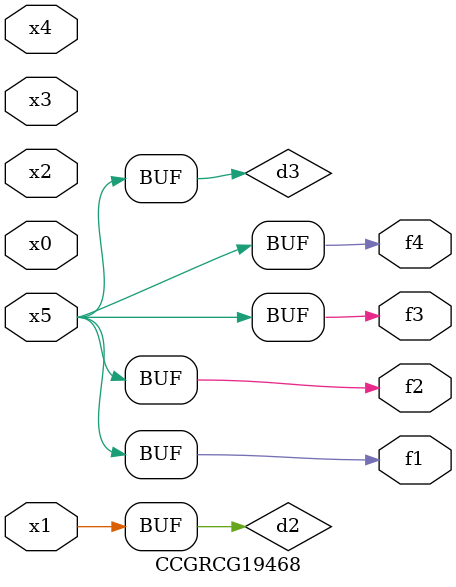
<source format=v>
module CCGRCG19468(
	input x0, x1, x2, x3, x4, x5,
	output f1, f2, f3, f4
);

	wire d1, d2, d3;

	not (d1, x5);
	or (d2, x1);
	xnor (d3, d1);
	assign f1 = d3;
	assign f2 = d3;
	assign f3 = d3;
	assign f4 = d3;
endmodule

</source>
